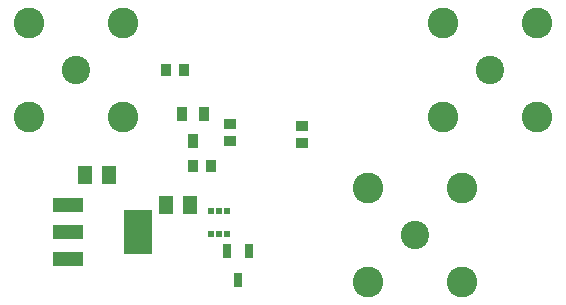
<source format=gts>
G04 Layer: TopSolderMaskLayer*
G04 EasyEDA v6.5.44, 2024-07-31 14:11:33*
G04 0a0e6e5985404cbc94c0c78cb0e903e1,401f954c81374b6587e5d63e119e93f9,10*
G04 Gerber Generator version 0.2*
G04 Scale: 100 percent, Rotated: No, Reflected: No *
G04 Dimensions in inches *
G04 leading zeros omitted , absolute positions ,3 integer and 6 decimal *
%FSLAX36Y36*%
%MOIN*%

%AMMACRO1*4,1,8,-0.0167,-0.019,-0.0179,-0.0178,-0.0179,0.0178,-0.0167,0.019,0.0167,0.019,0.0179,0.0178,0.0179,-0.0178,0.0167,-0.019,-0.0167,-0.019,0*%
%AMMACRO2*4,1,8,-0.0231,-0.0291,-0.0243,-0.0279,-0.0243,0.0279,-0.0231,0.0291,0.0231,0.0291,0.0243,0.0279,0.0243,-0.0279,0.0231,-0.0291,-0.0231,-0.0291,0*%
%AMMACRO3*4,1,8,-0.008,-0.0104,-0.0092,-0.0092,-0.0092,0.0092,-0.008,0.0104,0.008,0.0104,0.0092,0.0092,0.0092,-0.0092,0.008,-0.0104,-0.008,-0.0104,0*%
%AMMACRO4*4,1,8,-0.05,-0.0237,-0.0512,-0.0225,-0.0512,0.0225,-0.05,0.0237,0.05,0.0237,0.0512,0.0225,0.0512,-0.0225,0.05,-0.0237,-0.05,-0.0237,0*%
%AMMACRO5*4,1,8,-0.0469,-0.0729,-0.0481,-0.0717,-0.0481,0.0717,-0.0469,0.0729,0.0469,0.0729,0.0481,0.0717,0.0481,-0.0717,0.0469,-0.0729,-0.0469,-0.0729,0*%
%AMMACRO6*4,1,8,-0.0166,-0.0217,-0.0177,-0.0205,-0.0177,0.0205,-0.0166,0.0217,0.0166,0.0217,0.0177,0.0205,0.0177,-0.0205,0.0166,-0.0217,-0.0166,-0.0217,0*%
%AMMACRO7*4,1,8,-0.0126,-0.0231,-0.0138,-0.0219,-0.0138,0.0219,-0.0126,0.0231,0.0126,0.0231,0.0138,0.0219,0.0138,-0.0219,0.0126,-0.0231,-0.0126,-0.0231,0*%
%AMMACRO8*4,1,8,-0.0185,-0.0177,-0.0197,-0.0166,-0.0197,0.0166,-0.0185,0.0177,0.0185,0.0177,0.0197,0.0166,0.0197,-0.0166,0.0185,-0.0177,-0.0185,-0.0177,0*%
%ADD10C,0.1024*%
%ADD11C,0.0946*%
%ADD12MACRO1*%
%ADD13MACRO2*%
%ADD14MACRO3*%
%ADD15MACRO4*%
%ADD16MACRO5*%
%ADD17MACRO6*%
%ADD18MACRO7*%
%ADD19MACRO8*%

%LPD*%
D10*
G01*
X1522520Y692520D03*
G01*
X1522520Y1007480D03*
G01*
X1837480Y1007480D03*
G01*
X1837480Y692520D03*
D11*
G01*
X1680000Y850000D03*
D10*
G01*
X457480Y1007480D03*
G01*
X457480Y692520D03*
G01*
X142520Y692520D03*
G01*
X142520Y1007480D03*
D11*
G01*
X300000Y850000D03*
D12*
G01*
X659315Y850339D03*
G01*
X600004Y850339D03*
D13*
G01*
X330627Y500000D03*
G01*
X409372Y500000D03*
G01*
X600628Y400000D03*
G01*
X679372Y400000D03*
D14*
G01*
X750984Y302324D03*
G01*
X776574Y302324D03*
G01*
X802163Y302324D03*
G01*
X802163Y380084D03*
G01*
X776574Y380084D03*
G01*
X750984Y380084D03*
D12*
G01*
X690344Y530000D03*
G01*
X749655Y530000D03*
D15*
G01*
X273111Y400550D03*
G01*
X273111Y310000D03*
G01*
X273111Y219450D03*
D16*
G01*
X506968Y310000D03*
D17*
G01*
X652554Y705274D03*
G01*
X689954Y614722D03*
G01*
X727358Y705273D03*
D18*
G01*
X877405Y248622D03*
G01*
X802605Y248622D03*
G01*
X840005Y151378D03*
D19*
G01*
X814004Y668991D03*
G01*
X814004Y613873D03*
G01*
X1052374Y663081D03*
G01*
X1052374Y607963D03*
D10*
G01*
X1272520Y457480D03*
G01*
X1587480Y457480D03*
G01*
X1587480Y142520D03*
G01*
X1272520Y142520D03*
D11*
G01*
X1430000Y300000D03*
M02*

</source>
